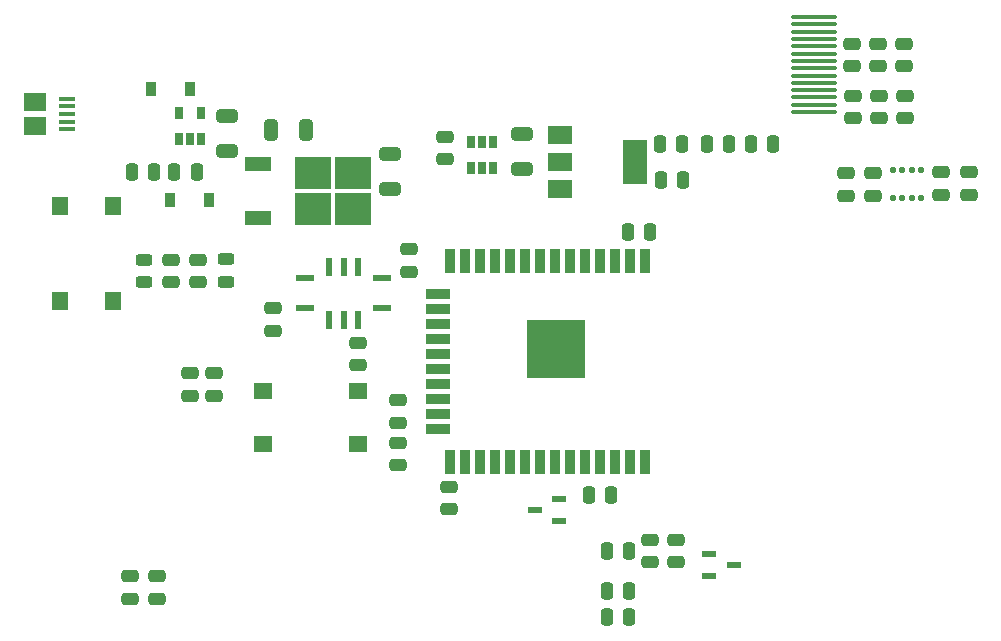
<source format=gbr>
%TF.GenerationSoftware,KiCad,Pcbnew,(5.99.0-8928-gc255dede17)*%
%TF.CreationDate,2021-02-24T19:05:11-08:00*%
%TF.ProjectId,smbpcb,736d6270-6362-42e6-9b69-6361645f7063,rev?*%
%TF.SameCoordinates,Original*%
%TF.FileFunction,Paste,Top*%
%TF.FilePolarity,Positive*%
%FSLAX46Y46*%
G04 Gerber Fmt 4.6, Leading zero omitted, Abs format (unit mm)*
G04 Created by KiCad (PCBNEW (5.99.0-8928-gc255dede17)) date 2021-02-24 19:05:11*
%MOMM*%
%LPD*%
G01*
G04 APERTURE LIST*
G04 Aperture macros list*
%AMRoundRect*
0 Rectangle with rounded corners*
0 $1 Rounding radius*
0 $2 $3 $4 $5 $6 $7 $8 $9 X,Y pos of 4 corners*
0 Add a 4 corners polygon primitive as box body*
4,1,4,$2,$3,$4,$5,$6,$7,$8,$9,$2,$3,0*
0 Add four circle primitives for the rounded corners*
1,1,$1+$1,$2,$3*
1,1,$1+$1,$4,$5*
1,1,$1+$1,$6,$7*
1,1,$1+$1,$8,$9*
0 Add four rect primitives between the rounded corners*
20,1,$1+$1,$2,$3,$4,$5,0*
20,1,$1+$1,$4,$5,$6,$7,0*
20,1,$1+$1,$6,$7,$8,$9,0*
20,1,$1+$1,$8,$9,$2,$3,0*%
G04 Aperture macros list end*
%ADD10R,0.900000X1.200000*%
%ADD11RoundRect,0.250000X0.475000X-0.250000X0.475000X0.250000X-0.475000X0.250000X-0.475000X-0.250000X0*%
%ADD12RoundRect,0.250000X0.250000X0.475000X-0.250000X0.475000X-0.250000X-0.475000X0.250000X-0.475000X0*%
%ADD13R,2.000000X1.500000*%
%ADD14R,2.000000X3.800000*%
%ADD15R,0.650000X1.060000*%
%ADD16RoundRect,0.250000X0.650000X-0.325000X0.650000X0.325000X-0.650000X0.325000X-0.650000X-0.325000X0*%
%ADD17R,3.050000X2.750000*%
%ADD18R,2.200000X1.200000*%
%ADD19RoundRect,0.250000X-0.250000X-0.475000X0.250000X-0.475000X0.250000X0.475000X-0.250000X0.475000X0*%
%ADD20RoundRect,0.125000X0.125000X0.137500X-0.125000X0.137500X-0.125000X-0.137500X0.125000X-0.137500X0*%
%ADD21RoundRect,0.250000X-0.475000X0.250000X-0.475000X-0.250000X0.475000X-0.250000X0.475000X0.250000X0*%
%ADD22R,1.400000X1.600000*%
%ADD23R,1.350000X0.400000*%
%ADD24R,1.900000X1.500000*%
%ADD25RoundRect,0.250000X-0.325000X-0.650000X0.325000X-0.650000X0.325000X0.650000X-0.325000X0.650000X0*%
%ADD26R,1.300000X0.600000*%
%ADD27RoundRect,0.250000X-0.650000X0.325000X-0.650000X-0.325000X0.650000X-0.325000X0.650000X0.325000X0*%
%ADD28RoundRect,0.243750X0.456250X-0.243750X0.456250X0.243750X-0.456250X0.243750X-0.456250X-0.243750X0*%
%ADD29O,4.000000X0.320000*%
%ADD30R,1.600000X1.400000*%
%ADD31RoundRect,0.243750X-0.456250X0.243750X-0.456250X-0.243750X0.456250X-0.243750X0.456250X0.243750X0*%
%ADD32R,0.600000X1.500000*%
%ADD33R,1.500000X0.600000*%
%ADD34R,0.900000X2.000000*%
%ADD35R,2.000000X0.900000*%
%ADD36R,5.000000X5.000000*%
G04 APERTURE END LIST*
D10*
%TO.C,D5*%
X40450000Y-42100000D03*
X43750000Y-42100000D03*
%TD*%
D11*
%TO.C,R28*%
X42200000Y-58450000D03*
X42200000Y-56550000D03*
%TD*%
%TO.C,R26*%
X43800000Y-68045000D03*
X43800000Y-66145000D03*
%TD*%
D12*
%TO.C,R2*%
X89450000Y-46700000D03*
X87550000Y-46700000D03*
%TD*%
D13*
%TO.C,U7*%
X75145000Y-45985000D03*
X75145000Y-48285000D03*
D14*
X81445000Y-48285000D03*
D13*
X75145000Y-50585000D03*
%TD*%
D11*
%TO.C,R6*%
X99800000Y-40150000D03*
X99800000Y-38250000D03*
%TD*%
D15*
%TO.C,U1*%
X42845000Y-46335000D03*
X43795000Y-46335000D03*
X44745000Y-46335000D03*
X44745000Y-44135000D03*
X42845000Y-44135000D03*
%TD*%
D16*
%TO.C,C3*%
X60700000Y-50575000D03*
X60700000Y-47625000D03*
%TD*%
D17*
%TO.C,Q1*%
X54192000Y-49218200D03*
X57542000Y-52268200D03*
X57542000Y-49218200D03*
X54192000Y-52268200D03*
D18*
X49567000Y-48463200D03*
X49567000Y-53023200D03*
%TD*%
D19*
%TO.C,R1*%
X38850000Y-49100000D03*
X40750000Y-49100000D03*
%TD*%
D12*
%TO.C,R11*%
X79450000Y-76450000D03*
X77550000Y-76450000D03*
%TD*%
%TO.C,R15*%
X80950000Y-86800000D03*
X79050000Y-86800000D03*
%TD*%
D19*
%TO.C,C6*%
X91250000Y-46700000D03*
X93150000Y-46700000D03*
%TD*%
D16*
%TO.C,C4*%
X71900000Y-48875000D03*
X71900000Y-45925000D03*
%TD*%
D20*
%TO.C,U5*%
X105698300Y-51302400D03*
X104898300Y-51302400D03*
X104098300Y-51302400D03*
X103298300Y-51302400D03*
X103298300Y-48927400D03*
X104098300Y-48927400D03*
X104898300Y-48927400D03*
X105698300Y-48927400D03*
%TD*%
D11*
%TO.C,R22*%
X41000000Y-85250000D03*
X41000000Y-83350000D03*
%TD*%
D19*
%TO.C,R3*%
X83650000Y-49800000D03*
X85550000Y-49800000D03*
%TD*%
D11*
%TO.C,L1*%
X65400000Y-48050000D03*
X65400000Y-46150000D03*
%TD*%
%TO.C,C10*%
X104200000Y-40150000D03*
X104200000Y-38250000D03*
%TD*%
%TO.C,C5*%
X99900000Y-44550000D03*
X99900000Y-42650000D03*
%TD*%
D21*
%TO.C,C12*%
X107400000Y-49150000D03*
X107400000Y-51050000D03*
%TD*%
%TO.C,R24*%
X61400000Y-72050000D03*
X61400000Y-73950000D03*
%TD*%
%TO.C,C16*%
X45800000Y-66150000D03*
X45800000Y-68050000D03*
%TD*%
%TO.C,R20*%
X50800000Y-60650000D03*
X50800000Y-62550000D03*
%TD*%
D22*
%TO.C,SW2*%
X32750000Y-60000000D03*
X32750000Y-52000000D03*
X37250000Y-60000000D03*
X37250000Y-52000000D03*
%TD*%
D15*
%TO.C,U2*%
X69450000Y-46600000D03*
X68500000Y-46600000D03*
X67550000Y-46600000D03*
X67550000Y-48800000D03*
X68500000Y-48800000D03*
X69450000Y-48800000D03*
%TD*%
D23*
%TO.C,J1*%
X33362500Y-42900000D03*
X33362500Y-43550000D03*
X33362500Y-44200000D03*
X33362500Y-44850000D03*
X33362500Y-45500000D03*
D24*
X30662500Y-43200000D03*
X30662500Y-45200000D03*
%TD*%
D19*
%TO.C,R13*%
X79050000Y-81200000D03*
X80950000Y-81200000D03*
%TD*%
D21*
%TO.C,C7*%
X104300000Y-42650000D03*
X104300000Y-44550000D03*
%TD*%
D25*
%TO.C,C2*%
X50625000Y-45585000D03*
X53575000Y-45585000D03*
%TD*%
D11*
%TO.C,R25*%
X44500000Y-58450000D03*
X44500000Y-56550000D03*
%TD*%
D26*
%TO.C,Q2*%
X75050000Y-78669000D03*
X75050000Y-76769000D03*
X72950000Y-77719000D03*
%TD*%
D11*
%TO.C,R14*%
X84900000Y-82150000D03*
X84900000Y-80250000D03*
%TD*%
D27*
%TO.C,C1*%
X46950000Y-44375000D03*
X46950000Y-47325000D03*
%TD*%
D28*
%TO.C,D3*%
X46800000Y-58387500D03*
X46800000Y-56512500D03*
%TD*%
D10*
%TO.C,D1*%
X45350000Y-51500000D03*
X42050000Y-51500000D03*
%TD*%
D11*
%TO.C,R23*%
X38700000Y-85250000D03*
X38700000Y-83350000D03*
%TD*%
D21*
%TO.C,R18*%
X99300000Y-49200000D03*
X99300000Y-51100000D03*
%TD*%
D19*
%TO.C,R5*%
X83550000Y-46750000D03*
X85450000Y-46750000D03*
%TD*%
%TO.C,C17*%
X80850000Y-54200000D03*
X82750000Y-54200000D03*
%TD*%
D21*
%TO.C,C8*%
X102100000Y-42650000D03*
X102100000Y-44550000D03*
%TD*%
D29*
%TO.C,U4*%
X96611800Y-44039400D03*
X96611800Y-43419400D03*
X96611800Y-42799400D03*
X96611800Y-42179400D03*
X96611800Y-41559400D03*
X96611800Y-40939400D03*
X96611800Y-40319400D03*
X96611800Y-39699400D03*
X96611800Y-39079400D03*
X96611800Y-38459400D03*
X96611800Y-37839400D03*
X96611800Y-37219400D03*
X96611800Y-36599400D03*
X96611800Y-35979400D03*
%TD*%
D21*
%TO.C,C15*%
X61400000Y-68450000D03*
X61400000Y-70350000D03*
%TD*%
D30*
%TO.C,SW1*%
X58000000Y-72150000D03*
X50000000Y-72150000D03*
X58000000Y-67650000D03*
X50000000Y-67650000D03*
%TD*%
D31*
%TO.C,D4*%
X39900000Y-56562500D03*
X39900000Y-58437500D03*
%TD*%
D11*
%TO.C,R27*%
X65700000Y-77650000D03*
X65700000Y-75750000D03*
%TD*%
D32*
%TO.C,IC1*%
X55545000Y-61635000D03*
X56795000Y-61635000D03*
X58045000Y-61635000D03*
D33*
X60045000Y-60655000D03*
X60045000Y-58115000D03*
D32*
X58045000Y-57135000D03*
X56795000Y-57135000D03*
X55545000Y-57135000D03*
D33*
X53545000Y-58115000D03*
X53545000Y-60655000D03*
%TD*%
D26*
%TO.C,Q3*%
X87750000Y-81450000D03*
X87750000Y-83350000D03*
X89850000Y-82400000D03*
%TD*%
D19*
%TO.C,R16*%
X79050000Y-84600000D03*
X80950000Y-84600000D03*
%TD*%
D11*
%TO.C,C9*%
X102000000Y-40150000D03*
X102000000Y-38250000D03*
%TD*%
D21*
%TO.C,R10*%
X62300000Y-55650000D03*
X62300000Y-57550000D03*
%TD*%
D11*
%TO.C,C13*%
X109700000Y-51050000D03*
X109700000Y-49150000D03*
%TD*%
%TO.C,R12*%
X82700000Y-82150000D03*
X82700000Y-80250000D03*
%TD*%
D21*
%TO.C,R17*%
X101600000Y-49200000D03*
X101600000Y-51100000D03*
%TD*%
D12*
%TO.C,R4*%
X44350000Y-49100000D03*
X42450000Y-49100000D03*
%TD*%
D34*
%TO.C,U3*%
X82295000Y-56635000D03*
X81025000Y-56635000D03*
X79755000Y-56635000D03*
X78485000Y-56635000D03*
X77215000Y-56635000D03*
X75945000Y-56635000D03*
X74675000Y-56635000D03*
X73405000Y-56635000D03*
X72135000Y-56635000D03*
X70865000Y-56635000D03*
X69595000Y-56635000D03*
X68325000Y-56635000D03*
X67055000Y-56635000D03*
X65785000Y-56635000D03*
D35*
X64785000Y-59420000D03*
X64785000Y-60690000D03*
X64785000Y-61960000D03*
X64785000Y-63230000D03*
X64785000Y-64500000D03*
X64785000Y-65770000D03*
X64785000Y-67040000D03*
X64785000Y-68310000D03*
X64785000Y-69580000D03*
X64785000Y-70850000D03*
D34*
X65785000Y-73635000D03*
X67055000Y-73635000D03*
X68325000Y-73635000D03*
X69595000Y-73635000D03*
X70865000Y-73635000D03*
X72135000Y-73635000D03*
X73405000Y-73635000D03*
X74675000Y-73635000D03*
X75945000Y-73635000D03*
X77215000Y-73635000D03*
X78485000Y-73635000D03*
X79755000Y-73635000D03*
X81025000Y-73635000D03*
X82295000Y-73635000D03*
D36*
X74795000Y-64135000D03*
%TD*%
D21*
%TO.C,R19*%
X58000000Y-63550000D03*
X58000000Y-65450000D03*
%TD*%
M02*

</source>
